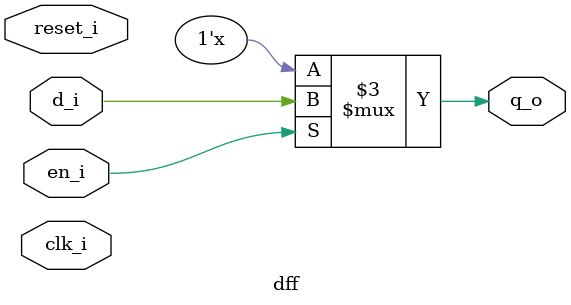
<source format=sv>
/* Generated by Yosys 0.57 (git sha1 3aca86049e79a165932e3e7660358376f45acaed, clang++ 17.0.0 -fPIC -O3) */

(* hdlname = "dff" *)
(* src = "dff.sv:2.1-12.10" *)
module dff(clk_i, reset_i, d_i, en_i, q_o);
  (* src = "dff.sv:3.15-3.20" *)
  input clk_i;
  wire clk_i;
  (* src = "dff.sv:4.15-4.22" *)
  input reset_i;
  wire reset_i;
  (* src = "dff.sv:5.15-5.18" *)
  input d_i;
  wire d_i;
  (* src = "dff.sv:6.15-6.19" *)
  input en_i;
  wire en_i;
  (* src = "dff.sv:7.16-7.19" *)
  output q_o;
  reg q_o;
  (* src = "dff.sv:9.3-11.6" *)
  always @*
    if (en_i) q_o = d_i;
endmodule

</source>
